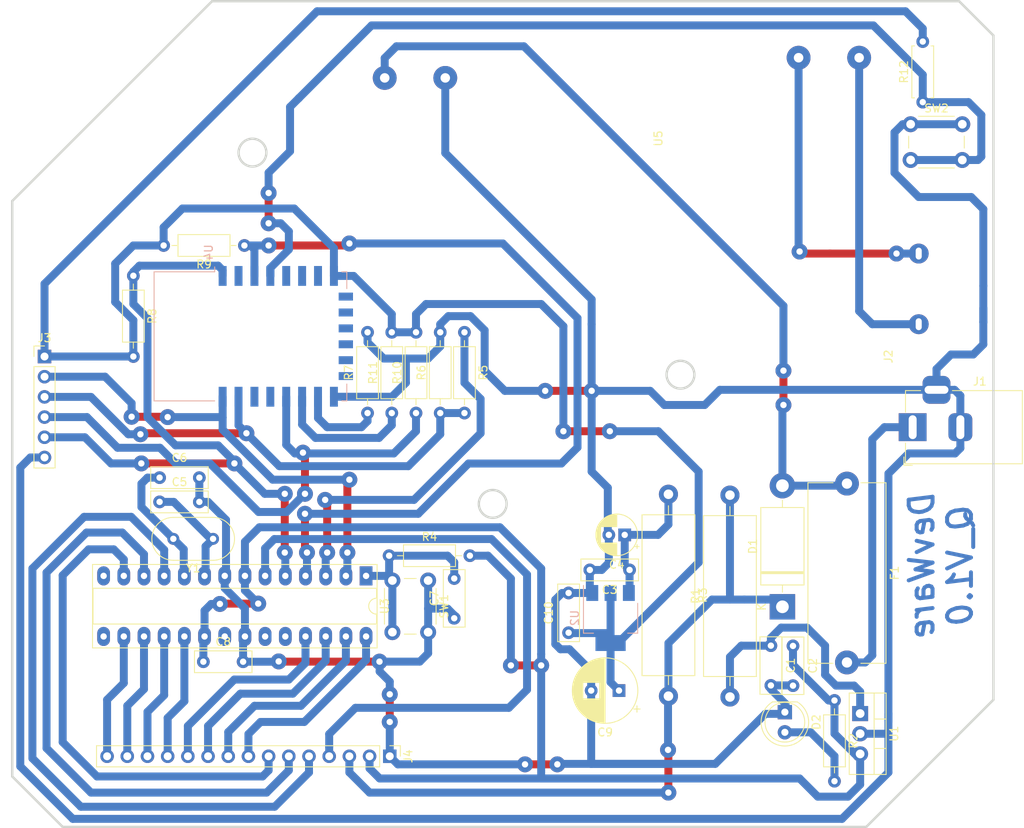
<source format=kicad_pcb>
(kicad_pcb (version 20211014) (generator pcbnew)
  (layers (0 "F.Cu" signal) (31 "B.Cu" signal) (34 "B.Paste" user) (35 "F.Paste" user) (36 "B.SilkS" user "B.Silkscreen") (37 "F.SilkS" user "F.Silkscreen") (38 "B.Mask" user) (39 "F.Mask" user) (44 "Edge.Cuts" user))
  (net 0 "")
  (net 1 "Net-(C1-Pad1)")
  (net 2 "/GND")
  (net 3 "/5V")
  (net 4 "Net-(C3-Pad1)")
  (net 5 "Net-(C5-Pad1)")
  (net 6 "Net-(C6-Pad1)")
  (net 7 "Net-(C7-Pad2)")
  (net 8 "/3.3V")
  (net 9 "/12V")
  (net 10 "Net-(D2-Pad2)")
  (net 11 "Net-(F1-Pad2)")
  (net 12 "/A_D1")
  (net 13 "/D_D1")
  (net 14 "/C_D1")
  (net 15 "/B_D1")
  (net 16 "/A_D2")
  (net 17 "/D_D2")
  (net 18 "/C_D2")
  (net 19 "/B_D2")
  (net 20 "/A_D3")
  (net 21 "/D_D3")
  (net 22 "/C_D3")
  (net 23 "/B_D3")
  (net 24 "Net-(U3-Pad15)")
  (net 25 "/RX-MCU")
  (net 26 "/TX_MCU")
  (net 27 "Net-(U3-Pad21)")
  (net 28 "Net-(U3-Pad23)")
  (net 29 "Net-(U3-Pad24)")
  (net 30 "Net-(U3-Pad14)")
  (net 31 "/IO15")
  (net 32 "/RST")
  (net 33 "/EN")
  (net 34 "/IO0")
  (net 35 "/IO2")
  (net 36 "Net-(U4-Pad2)")
  (net 37 "Net-(U4-Pad5)")
  (net 38 "Net-(U4-Pad6)")
  (net 39 "Net-(U4-Pad7)")
  (net 40 "Net-(U4-Pad9)")
  (net 41 "Net-(U4-Pad10)")
  (net 42 "Net-(U4-Pad11)")
  (net 43 "Net-(U4-Pad12)")
  (net 44 "Net-(U4-Pad13)")
  (net 45 "Net-(U4-Pad14)")
  (net 46 "Net-(U4-Pad19)")
  (net 47 "Net-(U4-Pad20)")
  (net 48 "/V+")
  (net 49 "Net-(J2-PadN)")
  (net 50 "Net-(J2-PadL)")
  (net 51 "/Interrupt")
  (net 52 "/RXD")
  (footprint "Capacitor_THT:C_Disc_D7.0mm_W2.5mm_P5.00mm" (layer "F.Cu") (at 178.506 118.674 -90)
    (fp_text reference "C1")
    (fp_text value "334")
  )
  (footprint "Capacitor_THT:C_Disc_D7.0mm_W2.5mm_P5.00mm" (layer "F.Cu") (at 181.286 118.704 -90)
    (fp_text reference "C2")
    (fp_text value "104")
  )
  (footprint "Capacitor_THT:C_Disc_D7.0mm_W2.5mm_P5.00mm" (layer "F.Cu") (at 160.726 109.144 180)
    (fp_text reference "C3")
    (fp_text value "334")
  )
  (footprint "Capacitor_THT:CP_Radial_D5.0mm_P2.00mm" (layer "F.Cu") (at 160.116 104.734 180)
    (fp_text reference "C4")
    (fp_text value "10UF")
  )
  (footprint "Capacitor_THT:C_Disc_D7.0mm_W2.5mm_P5.00mm" (layer "F.Cu") (at 101.6 100.584)
    (fp_text reference "C5")
    (fp_text value "22P")
  )
  (footprint "Capacitor_THT:C_Disc_D7.0mm_W2.5mm_P5.00mm" (layer "F.Cu") (at 101.6 97.536)
    (fp_text reference "C6")
    (fp_text value "22P")
  )
  (footprint "Capacitor_THT:C_Disc_D7.0mm_W2.5mm_P5.00mm" (layer "F.Cu") (at 138.666 115.224 90)
    (fp_text reference "C7")
    (fp_text value "104")
  )
  (footprint "Capacitor_THT:C_Disc_D7.0mm_W2.5mm_P5.00mm" (layer "F.Cu") (at 107.106 120.694)
    (fp_text reference "C8")
    (fp_text value "0.1UF")
  )
  (footprint "Capacitor_THT:CP_Radial_D8.0mm_P3.50mm" (layer "F.Cu") (at 159.396 124.324 180)
    (fp_text reference "C9")
    (fp_text value "100UF")
  )
  (footprint "Capacitor_THT:C_Disc_D7.0mm_W2.5mm_P5.00mm" (layer "F.Cu") (at 153.056 117.044 90)
    (fp_text reference "C10")
    (fp_text value "104")
  )
  (footprint "Diode_THT:D_DO-201AD_P15.24mm_Horizontal" (layer "F.Cu") (at 179.956 113.784 90)
    (fp_text reference "D1")
    (fp_text value "1N5407")
  )
  (footprint "LED_THT:LED_D5.0mm" (layer "F.Cu") (at 180.266 127.034 -90)
    (fp_text reference "D2")
    (fp_text value "LED")
  )
  (footprint "Fuse:Fuseholder_Cylinder-5x20mm_Schurter_0031_8201_Horizontal_Open" (layer "F.Cu") (at 188.076 98.284 -90)
    (fp_text reference "F1")
    (fp_text value "Fuse")
  )
  (footprint "Resistor_THT:R_Axial_Power_L20.0mm_W6.4mm_P25.40mm" (layer "F.Cu") (at 173.356 125.134 90)
    (fp_text reference "R1")
    (fp_text value "10/2W")
  )
  (footprint "Resistor_THT:R_Axial_DIN0207_L6.3mm_D2.5mm_P10.16mm_Horizontal" (layer "F.Cu") (at 186.506 125.564 -90)
    (fp_text reference "R2")
    (fp_text value "330")
  )
  (footprint "Resistor_THT:R_Axial_DIN0207_L6.3mm_D2.5mm_P10.16mm_Horizontal" (layer "F.Cu") (at 130.476 107.354)
    (fp_text reference "R4")
    (fp_text value "10K")
  )
  (footprint "Button_Switch_THT:SW_PUSH_6mm_H7.3mm" (layer "F.Cu") (at 135.386 110.474 -90)
    (fp_text reference "SW1")
    (fp_text value "SW_Push")
  )
  (footprint "Package_TO_SOT_THT:TO-220-3_Vertical" (layer "F.Cu") (at 189.736 127.214 -90)
    (fp_text reference "U1")
    (fp_text value "L7805")
  )
  (footprint "Crystal:Resonator-2Pin_W10.0mm_H5.0mm" (layer "F.Cu") (at 108.326 105.234 180)
    (fp_text reference "Y1")
    (fp_text value "16MH")
  )
  (footprint "Package_DIP:DIP-28_W7.62mm_Socket_LongPads" (layer "F.Cu") (at 127.576 109.894 -90)
    (fp_text reference "U3")
    (fp_text value "ATmega328-PU")
  )
  (footprint "Connector_PinHeader_2.54mm:PinHeader_1x15_P2.54mm_Vertical" (layer "F.Cu") (at 130.556 132.588 -90)
    (fp_text reference "J4")
    (fp_text value "Display_Board")
  )
  (footprint "Resistor_THT:R_Axial_DIN0207_L6.3mm_D2.5mm_P10.16mm_Horizontal" (layer "F.Cu") (at 139.954 79.248 -90)
    (fp_text reference "R5")
    (fp_text value "10K")
  )
  (footprint "Resistor_THT:R_Axial_DIN0207_L6.3mm_D2.5mm_P10.16mm_Horizontal" (layer "F.Cu") (at 136.906 89.408 90)
    (fp_text reference "R6")
    (fp_text value "10K")
  )
  (footprint "Resistor_THT:R_Axial_DIN0207_L6.3mm_D2.5mm_P10.16mm_Horizontal" (layer "F.Cu") (at 98.298 72.136 -90)
    (fp_text reference "R8")
    (fp_text value "12K")
  )
  (footprint "Resistor_THT:R_Axial_DIN0207_L6.3mm_D2.5mm_P10.16mm_Horizontal" (layer "F.Cu") (at 112.268 68.326 180)
    (fp_text reference "R9")
    (fp_text value "12K")
  )
  (footprint "Resistor_THT:R_Axial_DIN0207_L6.3mm_D2.5mm_P10.16mm_Horizontal" (layer "F.Cu") (at 133.858 89.408 90)
    (fp_text reference "R10")
    (fp_text value "12K")
  )
  (footprint "Resistor_THT:R_Axial_DIN0207_L6.3mm_D2.5mm_P10.16mm_Horizontal" (layer "F.Cu") (at 127.762 89.408 90)
    (fp_text reference "R7")
    (fp_text value "12K")
  )
  (footprint "Connector_BarrelJack:BarrelJack_Horizontal" (layer "F.Cu") (at 196.342 91.186 180)
    (fp_text reference "J1")
    (fp_text value "Barrel_Jack_Switch")
  )
  (footprint "Resistor_THT:R_Axial_DIN0207_L6.3mm_D2.5mm_P10.16mm_Horizontal" (layer "F.Cu") (at 130.81 89.408 90)
    (fp_text reference "R11")
    (fp_text value "12K")
  )
  (footprint "Button_Switch_THT:SW_PUSH_6mm_H7.3mm" (layer "F.Cu") (at 196.088 53.073001)
    (fp_text reference "SW2")
    (fp_text value "SW_Push")
  )
  (footprint "Connector_PinHeader_2.54mm:PinHeader_1x06_P2.54mm_Vertical" (layer "F.Cu") (at 87.122 82.296)
    (fp_text reference "J3")
    (fp_text value "CONFIG_ESP12")
  )
  (footprint "Resistor_THT:R_Axial_Power_L20.0mm_W6.4mm_P25.40mm" (layer "F.Cu") (at 165.616 99.624 -90)
    (fp_text reference "R3")
    (fp_text value "10/3W")
  )
  (footprint "AC_Socket:AC_Socket" (layer "F.Cu") (at 203.454 74.422)
    (fp_text reference "J2")
    (fp_text value "AC_Socket")
  )
  (footprint "Resistor_THT:R_Axial_DIN0207_L6.3mm_D2.5mm_P7.62mm_Horizontal" (layer "F.Cu") (at 197.612 50.292 90)
    (fp_text reference "R12")
    (fp_text value "10K")
  )
  (footprint "PS_12VDC:PS_12VDC" (layer "F.Cu") (at 161.036 57.404 -90)
    (fp_text reference "U5")
    (fp_text value "PS-12VDC")
  )
  (footprint "Package_TO_SOT_SMD:SOT-223-3_TabPin2" (layer "B.Cu") (at 158.336 115.194 -90)
    (fp_text reference "U2")
    (fp_text value "AMS1117-3.3")
  )
  (footprint "RF_Module:ESP-12E" (layer "B.Cu") (at 113.03 79.756 -90)
    (fp_text reference "U4")
    (fp_text value "ESP-12E")
  )
  (gr_circle (center 143.51 100.838) (end 145.26 100.838) (layer "Edge.Cuts") (width 0.3) (fill none))
  (gr_line (start 202.184 37.592) (end 108.204 37.592) (layer "Edge.Cuts") (width 0.3))
  (gr_line (start 195.834 136.144) (end 206.502 125.476) (layer "Edge.Cuts") (width 0.3))
  (gr_circle (center 113.284 56.642) (end 115.034 56.642) (layer "Edge.Cuts") (width 0.3) (fill none))
  (gr_line (start 190.5 141.478) (end 195.834 136.144) (layer "Edge.Cuts") (width 0.3))
  (gr_line (start 206.502 41.91) (end 202.184 37.592) (layer "Edge.Cuts") (width 0.3))
  (gr_line (start 83.058 135.128) (end 89.408 141.478) (layer "Edge.Cuts") (width 0.3))
  (gr_line (start 83.058 62.738) (end 83.058 135.128) (layer "Edge.Cuts") (width 0.3))
  (gr_circle (center 167.132 84.582) (end 168.882 84.582) (layer "Edge.Cuts") (width 0.3) (fill none))
  (gr_line (start 89.408 141.478) (end 190.5 141.478) (layer "Edge.Cuts") (width 0.3))
  (gr_line (start 206.502 125.476) (end 206.502 41.91) (layer "Edge.Cuts") (width 0.3))
  (gr_line (start 108.204 37.592) (end 83.058 62.738) (layer "Edge.Cuts") (width 0.3))
  (gr_text "DevWare\nQ_V1.0" (at 199.898 108.458 90) (layer "B.Cu") (effects (font (size 3 3) (thickness 0.5) italic) (justify mirror)))
  (segment (start 174.776 118.674) (end 173.356 120.094) (width 1) (layer "B.Cu") (net 1))
  (segment (start 185.326 118.674) (end 183.056 116.404) (width 1) (layer "B.Cu") (net 1))
  (segment (start 173.356 120.094) (end 173.356 125.134) (width 1) (layer "B.Cu") (net 1))
  (segment (start 188.976 123.698) (end 186.69 123.698) (width 1) (layer "B.Cu") (net 1))
  (segment (start 178.506 118.674) (end 174.776 118.674) (width 1) (layer "B.Cu") (net 1))
  (segment (start 178.506 117.694) (end 178.506 118.674) (width 1) (layer "B.Cu") (net 1))
  (segment (start 186.69 123.698) (end 185.326 122.334) (width 1) (layer "B.Cu") (net 1))
  (segment (start 189.736 124.458) (end 188.976 123.698) (width 1) (layer "B.Cu") (net 1))
  (segment (start 185.326 122.334) (end 185.326 118.674) (width 1) (layer "B.Cu") (net 1))
  (segment (start 179.796 116.404) (end 178.506 117.694) (width 1) (layer "B.Cu") (net 1))
  (segment (start 183.056 116.404) (end 179.796 116.404) (width 1) (layer "B.Cu") (net 1))
  (segment (start 189.736 127.214) (end 189.736 124.458) (width 1) (layer "B.Cu") (net 1))
  (segment (start 116.609302 120.681296) (end 116.582006 120.654) (width 1) (layer "F.Cu") (net 2))
  (segment (start 129.26381 120.681296) (end 116.609302 120.681296) (width 1) (layer "F.Cu") (net 2))
  (segment (start 130.556 128.27) (end 130.556 124.792) (width 1) (layer "F.Cu") (net 2))
  (segment (start 151.638 133.604) (end 147.574 133.604) (width 1) (layer "F.Cu") (net 2))
  (segment (start 150.114 86.614) (end 155.956 86.614) (width 1) (layer "F.Cu") (net 2))
  (via (at 116.582006 120.654) (size 2) (drill 0.8) (layers "F.Cu" "B.Cu") (net 2))
  (via (at 155.956 86.614) (size 2) (drill 0.8) (layers "F.Cu" "B.Cu") (net 2))
  (via (at 130.556 128.27) (size 2) (drill 0.8) (layers "F.Cu" "B.Cu") (net 2))
  (via (at 150.114 86.614) (size 2) (drill 0.8) (layers "F.Cu" "B.Cu") (net 2))
  (via (at 151.638 133.604) (size 2) (drill 0.8) (layers "F.Cu" "B.Cu") (net 2))
  (via (at 147.574 133.604) (size 2) (drill 0.8) (layers "F.Cu" "B.Cu") (net 2))
  (via (at 129.26381 120.681296) (size 2) (drill 0.8) (layers "F.Cu" "B.Cu") (net 2))
  (via (at 130.556 124.792) (size 2) (drill 0.8) (layers "F.Cu" "B.Cu") (net 2))
  (segment (start 112.106 120.694) (end 112.106 117.744) (width 1) (layer "B.Cu") (net 2))
  (segment (start 193.294 127.254) (end 193.294 97.028) (width 1) (layer "B.Cu") (net 2))
  (segment (start 106.6 100.584) (end 106.6 97.536) (width 1) (layer "B.Cu") (net 2))
  (segment (start 137.541 47.244) (end 137.541 56.69534) (width 1) (layer "B.Cu") (net 2))
  (segment (start 158.116 104.734) (end 157.988 104.606) (width 1) (layer "B.Cu") (net 2))
  (segment (start 136.906 81.026) (end 135.382 82.55) (width 1) (layer "B.Cu") (net 2))
  (segment (start 201.61 86.486) (end 199.342 86.486) (width 1) (layer "B.Cu") (net 2))
  (segment (start 109.796 111.434) (end 112.336 113.974) (width 1) (layer "B.Cu") (net 2))
  (segment (start 203.708 62.23) (end 205.232 63.754) (width 1) (layer "B.Cu") (net 2))
  (segment (start 180.34 125.984) (end 180.34 126.96) (width 1) (layer "B.Cu") (net 2))
  (segment (start 157.226 109.144) (end 155.726 109.144) (width 1) (layer "B.Cu") (net 2))
  (segment (start 132.588 85.598) (end 130.83 87.356) (width 1) (layer "B.Cu") (net 2))
  (segment (start 202.342 91.186) (end 202.342 87.218) (width 1) (layer "B.Cu") (net 2))
  (segment (start 135.382 82.55) (end 132.588 82.55) (width 1) (layer "B.Cu") (net 2))
  (segment (start 137.541 56.69534) (end 155.956 75.11034) (width 1) (layer "B.Cu") (net 2))
  (segment (start 116.542006 120.694) (end 116.582006 120.654) (width 1) (layer "B.Cu") (net 2))
  (segment (start 138.666 114.844) (end 138.666 115.224) (width 1) (layer "B.Cu") (net 2))
  (segment (start 87.122 94.996) (end 85.344 94.996) (width 1) (layer "B.Cu") (net 2))
  (segment (start 155.896 121.86) (end 153.162 119.126) (width 1) (layer "B.Cu") (net 2))
  (segment (start 197.104 62.23) (end 203.708 62.23) (width 1) (layer "B.Cu") (net 2))
  (segment (start 193.294 129.54) (end 193.294 127.254) (width 1) (layer "B.Cu") (net 2))
  (segment (start 201.676 94.488) (end 202.342 93.822) (width 1) (layer "B.Cu") (net 2))
  (segment (start 130.556 132.588) (end 130.556 128.27) (width 1) (layer "B.Cu") (net 2))
  (segment (start 130.83 87.356) (end 123.53 87.356) (width 1) (layer "B.Cu") (net 2))
  (segment (start 135.386 119.63) (end 135.386 116.974) (width 1) (layer "B.Cu") (net 2))
  (segment (start 199.342 86.486) (end 172.086 86.486) (width 1) (layer "B.Cu") (net 2))
  (segment (start 131.572 133.604) (end 130.556 132.588) (width 1) (layer "B.Cu") (net 2))
  (segment (start 90.678 140.462) (end 187.452 140.462) (width 1) (layer "B.Cu") (net 2))
  (segment (start 194.056 59.182) (end 197.104 62.23) (width 1) (layer "B.Cu") (net 2))
  (segment (start 165.116 133.544) (end 151.698 133.544) (width 1) (layer "B.Cu") (net 2))
  (segment (start 165.1 88.392) (end 163.322 86.614) (width 1) (layer "B.Cu") (net 2))
  (segment (start 112.336 113.974) (end 112.336 117.514) (width 1) (layer "B.Cu") (net 2))
  (segment (start 130.556 124.792) (end 130.556 123.19) (width 1) (layer "B.Cu") (net 2))
  (segment (start 84.074 133.858) (end 90.678 140.462) (width 1) (layer "B.Cu") (net 2))
  (segment (start 153.162 119.126) (end 152.037 119.126) (width 1) (layer "B.Cu") (net 2))
  (segment (start 129.794 82.55) (end 127.762 80.518) (width 1) (layer "B.Cu") (net 2))
  (segment (start 130.556 123.19) (end 129.286 121.92) (width 1) (layer "B.Cu") (net 2))
  (segment (start 129.286 121.92) (end 129.286 120.703486) (width 1) (layer "B.Cu") (net 2))
  (segment (start 157.988 104.606) (end 157.988 98.806) (width 1) (layer "B.Cu") (net 2))
  (segment (start 187.452 140.462) (end 193.294 134.62) (width 1) (layer "B.Cu") (net 2))
  (segment (start 138.43 115.46) (end 138.666 115.224) (width 1) (layer "B.Cu") (net 2))
  (segment (start 127.762 80.518) (end 127.762 79.248) (width 1) (layer "B.Cu") (net 2))
  (segment (start 177.8 127.254) (end 180.046 127.254) (width 1) (layer "B.Cu") (net 2))
  (segment (start 158.116 108.254) (end 157.226 109.144) (width 1) (layer "B.Cu") (net 2))
  (segment (start 163.322 86.614) (end 155.956 86.614) (width 1) (layer "B.Cu") (net 2))
  (segment (start 155.956 96.774) (end 155.956 86.614) (width 1) (layer "B.Cu") (net 2))
  (segment (start 135.386 116.974) (end 135.386 114.014) (width 1) (layer "B.Cu") (net 2))
  (segment (start 151.384 118.473) (end 151.384 112.896) (width 1) (layer "B.Cu") (net 2))
  (segment (start 155.956 75.11034) (end 155.956 78.232) (width 1) (layer "B.Cu") (net 2))
  (segment (start 205.232 80.772) (end 205.232 77.978) (width 1) (layer "B.Cu") (net 2))
  (segment (start 152.037 119.126) (end 151.384 118.473) (width 1) (layer "B.Cu") (net 2))
  (segment (start 134.334704 120.681296) (end 135.386 119.63) (width 1) (layer "B.Cu") (net 2))
  (segment (start 155.956 78.232) (end 155.956 86.614) (width 1) (layer "B.Cu") (net 2))
  (segment (start 172.086 86.486) (end 170.18 88.392) (width 1) (layer "B.Cu") (net 2))
  (segment (start 109.796 109.894) (end 109.796 111.434) (width 1) (layer "B.Cu") (net 2))
  (segment (start 195.084999 53.073001) (end 196.088 53.073001) (width 1) (layer "B.Cu") (net 2))
  (segment (start 109.796 109.894) (end 109.956 109.734) (width 1) (layer "B.Cu") (net 2))
  (segment (start 193.08 129.754) (end 193.294 129.54) (width 1) (layer "B.Cu") (net 2))
  (segment (start 155.726 111.734) (end 156.036 112.044) (width 1) (layer "B.Cu") (net 2))
  (segment (start 180.046 127.254) (end 180.266 127.034) (width 1) (layer "B.Cu") (net 2))
  (segment (start 84.074 96.266) (end 84.074 133.858) (width 1) (layer "B.Cu") (net 2))
  (segment (start 147.574 133.604) (end 131.572 133.604) (width 1) (layer "B.Cu") (net 2))
  (segment (start 109.956 102.844) (end 107.696 100.584) (width 1) (layer "B.Cu") (net 2))
  (segment (start 205.232 77.978) (end 205.232 76.2) (width 1) (layer "B.Cu") (net 2))
  (segment (start 142.494 84.074) (end 145.034 86.614) (width 1) (layer "B.Cu") (net 2))
  (segment (start 158.116 104.734) (end 158.116 108.254) (width 1) (layer "B.Cu") (net 2))
  (segment (start 193.294 97.028) (end 195.834 94.488) (width 1) (layer "B.Cu") (net 2))
  (segment (start 196.088 53.073001) (end 202.588 53.073001) (width 1) (layer "B.Cu") (net 2))
  (segment (start 194.056 59.182) (end 194.056 54.102) (width 1) (layer "B.Cu") (net 2))
  (segment (start 137.922 77.216) (end 140.716 77.216) (width 1) (layer "B.Cu") (net 2))
  (segment (start 112.106 117.744) (end 112.336 117.514) (width 1) (layer "B.Cu") (net 2))
  (segment (start 189.736 129.754) (end 193.08 129.754) (width 1) (layer "B.Cu") (net 2))
  (segment (start 132.588 82.55) (end 132.588 85.598) (width 1) (layer "B.Cu") (net 2))
  (segment (start 151.698 133.544) (end 151.638 133.604) (width 1) (layer "B.Cu") (net 2))
  (segment (start 155.896 133.544) (end 165.116 133.544) (width 1) (layer "B.Cu") (net 2))
  (segment (start 153.056 112.044) (end 156.036 112.044) (width 1) (layer "B.Cu") (net 2))
  (segment (start 155.896 124.324) (end 155.896 133.544) (width 1) (layer "B.Cu") (net 2))
  (segment (start 194.056 54.102) (end 195.084999 53.073001) (width 1) (layer "B.Cu") (net 2))
  (segment (start 152.236 112.044) (end 153.056 112.044) (width 1) (layer "B.Cu") (net 2))
  (segment (start 85.344 94.996) (end 84.074 96.266) (width 1) (layer "B.Cu") (net 2))
  (segment (start 140.716 77.216) (end 142.494 78.994) (width 1) (layer "B.Cu") (net 2))
  (segment (start 178.506 124.15) (end 180.34 125.984) (width 1) (layer "B.Cu") (net 2))
  (segment (start 136.906 79.248) (end 136.906 81.026) (width 1) (layer "B.Cu") (net 2))
  (segment (start 165.116 133.544) (end 171.51 133.544) (width 1) (layer "B.Cu") (net 2))
  (segment (start 129.26381 120.681296) (end 134.334704 120.681296) (width 1) (layer "B.Cu") (net 2))
  (segment (start 205.232 73.406) (end 205.232 77.978) (width 1) (layer "B.Cu") (net 2))
  (segment (start 180.34 126.96) (end 180.266 127.034) (width 1) (layer "B.Cu") (net 2))
  (segment (start 142.494 78.994) (end 142.494 84.074) (width 1) (layer "B.Cu") (net 2))
  (segment (start 171.51 133.544) (end 177.8 127.254) (width 1) (layer "B.Cu") (net 2))
  (segment (start 107.696 100.584) (end 106.6 100.584) (width 1) (layer "B.Cu") (net 2))
  (segment (start 199.342 83.868) (end 201.168 82.042) (width 1) (layer "B.Cu") (net 2))
  (segment (start 170.18 88.392) (end 165.1 88.392) (width 1) (layer "B.Cu") (net 2))
  (segment (start 199.342 86.486) (end 199.342 83.868) (width 1) (layer "B.Cu") (net 2))
  (segment (start 135.386 114.014) (end 137.836 114.014) (width 1) (layer "B.Cu") (net 2))
  (segment (start 203.962 82.042) (end 205.232 80.772) (width 1) (layer "B.Cu") (net 2))
  (segment (start 132.588 82.55) (end 129.794 82.55) (width 1) (layer "B.Cu") (net 2))
  (segment (start 178.506 123.674) (end 181.256 123.674) (width 1) (layer "B.Cu") (net 2))
  (segment (start 136.906 78.232) (end 137.922 77.216) (width 1) (layer "B.Cu") (net 2))
  (segment (start 202.342 93.822) (end 202.342 91.186) (width 1) (layer "B.Cu") (net 2))
  (segment (start 136.906 79.248) (end 136.906 78.232) (width 1) (layer "B.Cu") (net 2))
  (segment (start 193.294 134.62) (end 193.294 129.54) (width 1) (layer "B.Cu") (net 2))
  (segment (start 155.726 109.144) (end 155.726 111.734) (width 1) (layer "B.Cu") (net 2))
  (segment (start 201.168 82.042) (end 203.962 82.042) (width 1) (layer "B.Cu") (net 2))
  (segment (start 129.286 120.703486) (end 129.26381 120.681296) (width 1) (layer "B.Cu") (net 2))
  (segment (start 178.506 123.674) (end 178.506 124.15) (width 1) (layer "B.Cu") (net 2))
  (segment (start 205.232 63.754) (end 205.232 73.406) (width 1) (layer "B.Cu") (net 2))
  (segment (start 109.956 109.734) (end 109.956 102.844) (width 1) (layer "B.Cu") (net 2))
  (segment (start 195.834 94.488) (end 201.676 94.488) (width 1) (layer "B.Cu") (net 2))
  (segment (start 157.988 98.806) (end 155.956 96.774) (width 1) (layer "B.Cu") (net 2))
  (segment (start 151.384 112.896) (end 152.236 112.044) (width 1) (layer "B.Cu") (net 2))
  (segment (start 145.034 86.614) (end 150.114 86.614) (width 1) (layer "B.Cu") (net 2))
  (segment (start 193.294 128.196) (end 193.294 127.254) (width 1) (layer "B.Cu") (net 2))
  (segment (start 181.256 123.674) (end 181.286 123.704) (width 1) (layer "B.Cu") (net 2))
  (segment (start 155.896 124.324) (end 155.896 121.86) (width 1) (layer "B.Cu") (net 2))
  (segment (start 135.386 114.014) (end 135.386 110.474) (width 1) (layer "B.Cu") (net 2))
  (segment (start 137.836 114.014) (end 138.666 114.844) (width 1) (layer "B.Cu") (net 2))
  (segment (start 202.342 87.218) (end 201.61 86.486) (width 1) (layer "B.Cu") (net 2))
  (segment (start 112.106 120.694) (end 116.542006 120.694) (width 1) (layer "B.Cu") (net 2))
  (segment (start 109.226 113.384) (end 109.186 113.424) (width 1) (layer "F.Cu") (net 3))
  (segment (start 114.006 113.384) (end 109.226 113.384) (width 1) (layer "F.Cu") (net 3))
  (segment (start 149.606018 121.158) (end 145.796 121.158) (width 1) (layer "F.Cu") (net 3))
  (via (at 145.796 121.158) (size 2) (drill 0.8) (layers "F.Cu" "B.Cu") (net 3))
  (via (at 114.006 113.384) (size 2) (drill 0.8) (layers "F.Cu" "B.Cu") (net 3))
  (via (at 149.606018 121.158) (size 2) (drill 0.8) (layers "F.Cu" "B.Cu") (net 3))
  (via (at 109.186 113.424) (size 2) (drill 0.8) (layers "F.Cu" "B.Cu") (net 3))
  (segment (start 186.506 129.734) (end 189.066 132.294) (width 1) (layer "B.Cu") (net 3))
  (segment (start 114.152012 103.779988) (end 144.419988 103.779988) (width 1) (layer "B.Cu") (net 3))
  (segment (start 128.016 132.588) (end 128.016 134.112) (width 1) (layer "B.Cu") (net 3))
  (segment (start 163.944 135.382) (end 182.118 135.382) (width 1) (layer "B.Cu") (net 3))
  (segment (start 108.096 113.424) (end 107.256 114.264) (width 1) (layer "B.Cu") (net 3))
  (segment (start 149.606018 135.325018) (end 149.606018 121.158) (width 1) (layer "B.Cu") (net 3))
  (segment (start 112.336 109.894) (end 112.336 105.596) (width 1) (layer "B.Cu") (net 3))
  (segment (start 149.663 135.382) (end 149.606018 135.325018) (width 1) (layer "B.Cu") (net 3))
  (segment (start 186.506 125.564) (end 186.506 129.734) (width 1) (layer "B.Cu") (net 3))
  (segment (start 145.796 110.236) (end 145.796 121.158) (width 1) (layer "B.Cu") (net 3))
  (segment (start 188.214 137.668) (end 189.736 136.146) (width 1) (layer "B.Cu") (net 3))
  (segment (start 129.286 135.382) (end 163.944 135.382) (width 1) (layer "B.Cu") (net 3))
  (segment (start 107.106 117.664) (end 107.256 117.514) (width 1) (layer "B.Cu") (net 3))
  (segment (start 189.736 136.146) (end 189.736 132.294) (width 1) (layer "B.Cu") (net 3))
  (segment (start 112.336 109.894) (end 112.336 111.714) (width 1) (layer "B.Cu") (net 3))
  (segment (start 112.336 111.714) (end 114.006 113.384) (width 1) (layer "B.Cu") (net 3))
  (segment (start 149.606018 108.966018) (end 149.606018 119.743787) (width 1) (layer "B.Cu") (net 3))
  (segment (start 107.256 114.264) (end 107.256 117.514) (width 1) (layer "B.Cu") (net 3))
  (segment (start 142.914 107.354) (end 145.796 110.236) (width 1) (layer "B.Cu") (net 3))
  (segment (start 109.186 113.424) (end 108.096 113.424) (width 1) (layer "B.Cu") (net 3))
  (segment (start 163.944 135.382) (end 149.663 135.382) (width 1) (layer "B.Cu") (net 3))
  (segment (start 184.404 137.668) (end 188.214 137.668) (width 1) (layer "B.Cu") (net 3))
  (segment (start 182.118 135.382) (end 184.404 137.668) (width 1) (layer "B.Cu") (net 3))
  (segment (start 149.606018 119.743787) (end 149.606018 121.158) (width 1) (layer "B.Cu") (net 3))
  (segment (start 140.636 107.354) (end 142.914 107.354) (width 1) (layer "B.Cu") (net 3))
  (segment (start 128.016 134.112) (end 129.286 135.382) (width 1) (layer "B.Cu") (net 3))
  (segment (start 181.286 121.088) (end 181.286 118.704) (width 1) (layer "B.Cu") (net 3))
  (segment (start 189.066 132.294) (end 189.736 132.294) (width 1) (layer "B.Cu") (net 3))
  (segment (start 186.506 125.564) (end 185.762 125.564) (width 1) (layer "B.Cu") (net 3))
  (segment (start 112.336 105.596) (end 114.152012 103.779988) (width 1) (layer "B.Cu") (net 3))
  (segment (start 185.762 125.564) (end 181.286 121.088) (width 1) (layer "B.Cu") (net 3))
  (segment (start 107.106 120.694) (end 107.106 117.664) (width 1) (layer "B.Cu") (net 3))
  (segment (start 144.419988 103.779988) (end 149.606018 108.966018) (width 1) (layer "B.Cu") (net 3))
  (segment (start 165.616 103.424) (end 165.616 99.624) (width 1) (layer "B.Cu") (net 4))
  (segment (start 160.726 109.144) (end 160.726 111.954) (width 1) (layer "B.Cu") (net 4))
  (segment (start 160.116 104.734) (end 160.116 108.534) (width 1) (layer "B.Cu") (net 4))
  (segment (start 160.116 104.734) (end 164.306 104.734) (width 1) (layer "B.Cu") (net 4))
  (segment (start 160.116 108.534) (end 160.726 109.144) (width 1) (layer "B.Cu") (net 4))
  (segment (start 160.726 111.954) (end 160.636 112.044) (width 1) (layer "B.Cu") (net 4))
  (segment (start 164.306 104.734) (end 165.616 103.424) (width 1) (layer "B.Cu") (net 4))
  (segment (start 108.326 105.234) (end 107.386 106.174) (width 1) (layer "B.Cu") (net 5))
  (segment (start 107.386 109.764) (end 107.256 109.894) (width 1) (layer "B.Cu") (net 5))
  (segment (start 108.028 105.234) (end 108.326 105.234) (width 1) (layer "B.Cu") (net 5))
  (segment (start 107.386 106.174) (end 107.386 109.764) (width 1) (layer "B.Cu") (net 5))
  (segment (start 101.6 100.584) (end 103.378 100.584) (width 1) (layer "B.Cu") (net 5))
  (segment (start 103.378 100.584) (end 108.028 105.234) (width 1) (layer "B.Cu") (net 5))
  (segment (start 103.326 105.234) (end 99.314 101.222) (width 1) (layer "B.Cu") (net 6))
  (segment (start 104.636 106.544) (end 104.636 109.814) (width 1) (layer "B.Cu") (net 6))
  (segment (start 103.326 105.234) (end 104.636 106.544) (width 1) (layer "B.Cu") (net 6))
  (segment (start 100.076 97.536) (end 101.6 97.536) (width 1) (layer "B.Cu") (net 6))
  (segment (start 103.316 105.224) (end 103.326 105.234) (width 1) (layer "B.Cu") (net 6))
  (segment (start 99.314 101.222) (end 99.314 98.298) (width 1) (layer "B.Cu") (net 6))
  (segment (start 104.636 109.814) (end 104.716 109.894) (width 1) (layer "B.Cu") (net 6))
  (segment (start 99.314 98.298) (end 100.076 97.536) (width 1) (layer "B.Cu") (net 6))
  (segment (start 127.576 109.894) (end 130.306 109.894) (width 1) (layer "B.Cu") (net 7))
  (segment (start 138.666 110.224) (end 138.666 108.186) (width 1) (layer "B.Cu") (net 7))
  (segment (start 130.886 110.474) (end 130.886 116.974) (width 1) (layer "B.Cu") (net 7))
  (segment (start 130.476 110.064) (end 130.886 110.474) (width 1) (layer "B.Cu") (net 7))
  (segment (start 130.476 107.354) (end 130.476 110.064) (width 1) (layer "B.Cu") (net 7))
  (segment (start 138.666 108.186) (end 137.834 107.354) (width 1) (layer "B.Cu") (net 7))
  (segment (start 130.306 109.894) (end 130.886 110.474) (width 1) (layer "B.Cu") (net 7))
  (segment (start 137.834 107.354) (end 130.476 107.354) (width 1) (layer "B.Cu") (net 7))
  (segment (start 158.242 91.693996) (end 152.399996 91.693996) (width 1) (layer "F.Cu") (net 8))
  (via (at 158.242 91.693996) (size 2) (drill 0.8) (layers "F.Cu" "B.Cu") (net 8))
  (via (at 152.399996 91.693996) (size 2) (drill 0.8) (layers "F.Cu" "B.Cu") (net 8))
  (segment (start 98.298 82.296) (end 98.298 77.724) (width 1) (layer "B.Cu") (net 8))
  (segment (start 169.418 96.774) (end 164.337996 91.693996) (width 1) (layer "B.Cu") (net 8))
  (segment (start 133.858 79.248) (end 133.858 76.962) (width 1) (layer "B.Cu") (net 8))
  (segment (start 153.056 117.044) (end 153.106 117.094) (width 1) (layer "B.Cu") (net 8))
  (segment (start 195.43776 38.862) (end 121.412 38.862) (width 1) (layer "B.Cu") (net 8))
  (segment (start 197.612 41.03624) (end 195.43776 38.862) (width 1) (layer "B.Cu") (net 8))
  (segment (start 130.81 79.248) (end 130.81 76.962) (width 1) (layer "B.Cu") (net 8))
  (segment (start 153.106 117.094) (end 158.242 117.094) (width 1) (layer "B.Cu") (net 8))
  (segment (start 98.298 68.326) (end 102.108 68.326) (width 1) (layer "B.Cu") (net 8))
  (segment (start 164.337996 91.693996) (end 158.242 91.693996) (width 1) (layer "B.Cu") (net 8))
  (segment (start 135.128 75.692) (end 149.606 75.692) (width 1) (layer "B.Cu") (net 8))
  (segment (start 104.471997 63.676003) (end 118.540003 63.676003) (width 1) (layer "B.Cu") (net 8))
  (segment (start 158.336 112.044) (end 158.336 118.344) (width 1) (layer "B.Cu") (net 8))
  (segment (start 158.336 118.344) (end 158.336 123.264) (width 1) (layer "B.Cu") (net 8))
  (segment (start 130.81 76.962) (end 126.004 72.156) (width 1) (layer "B.Cu") (net 8))
  (segment (start 152.399996 78.485996) (end 152.399996 91.693996) (width 1) (layer "B.Cu") (net 8))
  (segment (start 169.418 108.204) (end 169.418 96.774) (width 1) (layer "B.Cu") (net 8))
  (segment (start 158.336 118.344) (end 159.278 118.344) (width 1) (layer "B.Cu") (net 8))
  (segment (start 126.004 72.156) (end 123.53 72.156) (width 1) (layer "B.Cu") (net 8))
  (segment (start 98.298 82.296) (end 87.122 82.296) (width 1) (layer "B.Cu") (net 8))
  (segment (start 133.858 76.962) (end 135.128 75.692) (width 1) (layer "B.Cu") (net 8))
  (segment (start 158.242 118.25) (end 158.336 118.344) (width 1) (layer "B.Cu") (net 8))
  (segment (start 98.298 77.724) (end 96.012 75.438) (width 1) (layer "B.Cu") (net 8))
  (segment (start 133.858 79.248) (end 130.81 79.248) (width 1) (layer "B.Cu") (net 8))
  (segment (start 158.242 117.094) (end 158.242 118.25) (width 1) (layer "B.Cu") (net 8))
  (segment (start 87.122 73.152) (end 87.122 82.296) (width 1) (layer "B.Cu") (net 8))
  (segment (start 102.108 66.04) (end 104.471997 63.676003) (width 1) (layer "B.Cu") (net 8))
  (segment (start 158.336 123.264) (end 159.396 124.324) (width 1) (layer "B.Cu") (net 8))
  (segment (start 123.53 68.666) (end 123.53 72.156) (width 1) (layer "B.Cu") (net 8))
  (segment (start 96.012 70.612) (end 98.298 68.326) (width 1) (layer "B.Cu") (net 8))
  (segment (start 102.108 68.326) (end 102.108 66.04) (width 1) (layer "B.Cu") (net 8))
  (segment (start 197.612 42.672) (end 197.612 41.03624) (width 1) (layer "B.Cu") (net 8))
  (segment (start 159.278 118.344) (end 169.418 108.204) (width 1) (layer "B.Cu") (net 8))
  (segment (start 149.606 75.692) (end 152.399996 78.485996) (width 1) (layer "B.Cu") (net 8))
  (segment (start 118.540003 63.676003) (end 123.53 68.666) (width 1) (layer "B.Cu") (net 8))
  (segment (start 121.412 38.862) (end 87.122 73.152) (width 1) (layer "B.Cu") (net 8))
  (segment (start 96.012 75.438) (end 96.012 70.612) (width 1) (layer "B.Cu") (net 8))
  (segment (start 165.608 131.826) (end 165.566001 131.784001) (width 1) (layer "F.Cu") (net 9))
  (segment (start 165.608 137.16) (end 165.608 131.826) (width 1) (layer "F.Cu") (net 9))
  (via (at 165.608 137.16) (size 2) (drill 0.8) (layers "F.Cu" "B.Cu") (net 9))
  (via (at 165.566001 131.784001) (size 2) (drill 0.8) (layers "F.Cu" "B.Cu") (net 9))
  (segment (start 175.166 112.874) (end 173.356 112.874) (width 1) (layer "B.Cu") (net 9))
  (segment (start 179.956 113.784) (end 179.046 112.874) (width 1) (layer "B.Cu") (net 9))
  (segment (start 125.476 134.62) (end 125.476 132.588) (width 1) (layer "B.Cu") (net 9))
  (segment (start 128.016 137.16) (end 125.476 134.62) (width 1) (layer "B.Cu") (net 9))
  (segment (start 173.356 112.874) (end 173.356 99.734) (width 1) (layer "B.Cu") (net 9))
  (segment (start 165.566001 131.784001) (end 165.566001 125.073999) (width 1) (layer "B.Cu") (net 9))
  (segment (start 165.566001 125.073999) (end 165.616 125.024) (width 1) (layer "B.Cu") (net 9))
  (segment (start 165.616 131.734002) (end 165.566001 131.784001) (width 1) (layer "B.Cu") (net 9))
  (segment (start 171.098 112.874) (end 165.616 118.356) (width 1) (layer "B.Cu") (net 9))
  (segment (start 165.608 137.16) (end 128.016 137.16) (width 1) (layer "B.Cu") (net 9))
  (segment (start 179.046 112.874) (end 175.166 112.874) (width 1) (layer "B.Cu") (net 9))
  (segment (start 165.616 118.356) (end 165.616 125.024) (width 1) (layer "B.Cu") (net 9))
  (segment (start 173.356 112.874) (end 171.098 112.874) (width 1) (layer "B.Cu") (net 9))
  (segment (start 180.266 129.574) (end 183.516 129.574) (width 1) (layer "B.Cu") (net 10))
  (segment (start 183.516 129.574) (end 186.506 132.564) (width 1) (layer "B.Cu") (net 10))
  (segment (start 186.506 132.564) (end 186.506 135.724) (width 1) (layer "B.Cu") (net 10))
  (segment (start 192.786 91.186) (end 196.342 91.186) (width 1) (layer "B.Cu") (net 11))
  (segment (start 190.366 120.784) (end 191.262 119.888) (width 1) (layer "B.Cu") (net 11))
  (segment (start 191.262 92.71) (end 192.786 91.186) (width 1) (layer "B.Cu") (net 11))
  (segment (start 191.262 119.888) (end 191.262 92.71) (width 1) (layer "B.Cu") (net 11))
  (segment (start 188.076 120.784) (end 190.366 120.784) (width 1) (layer "B.Cu") (net 11))
  (segment (start 97.096 117.514) (end 97.096 123.376) (width 1) (layer "B.Cu") (net 12))
  (segment (start 94.996 125.476) (end 94.996 132.588) (width 1) (layer "B.Cu") (net 12))
  (segment (start 97.096 123.376) (end 94.996 125.476) (width 1) (layer "B.Cu") (net 12))
  (segment (start 99.636 117.514) (end 99.636 124.138) (width 1) (layer "B.Cu") (net 13))
  (segment (start 99.636 124.138) (end 97.536 126.238) (width 1) (layer "B.Cu") (net 13))
  (segment (start 97.536 126.238) (end 97.536 132.588) (width 1) (layer "B.Cu") (net 13))
  (segment (start 102.176 117.514) (end 102.176 124.9) (width 1) (layer "B.Cu") (net 14))
  (segment (start 100.076 127) (end 100.076 132.588) (width 1) (layer "B.Cu") (net 14))
  (segment (start 102.176 124.9) (end 100.076 127) (width 1) (layer "B.Cu") (net 14))
  (segment (start 104.716 117.514) (end 104.716 125.662) (width 1) (layer "B.Cu") (net 15))
  (segment (start 102.616 127.762) (end 102.616 132.588) (width 1) (layer "B.Cu") (net 15))
  (segment (start 104.716 125.662) (end 102.616 127.762) (width 1) (layer "B.Cu") (net 15))
  (segment (start 105.156 132.588) (end 105.156 128.778) (width 1) (layer "B.Cu") (net 16))
  (segment (start 110.998 122.936) (end 117.856 122.936) (width 1) (layer "B.Cu") (net 16))
  (segment (start 105.156 128.778) (end 110.998 122.936) (width 1) (layer "B.Cu") (net 16))
  (segment (start 119.956 120.836) (end 119.956 117.514) (width 1) (layer "B.Cu") (net 16))
  (segment (start 117.856 122.936) (end 119.956 120.836) (width 1) (layer "B.Cu") (net 16))
  (segment (start 122.496 117.514) (end 122.496 120.582) (width 1) (layer "B.Cu") (net 17))
  (segment (start 118.364 124.714) (end 111.76 124.714) (width 1) (layer "B.Cu") (net 17))
  (segment (start 122.496 120.582) (end 118.364 124.714) (width 1) (layer "B.Cu") (net 17))
  (segment (start 111.76 124.714) (end 107.696 128.778) (width 1) (layer "B.Cu") (net 17))
  (segment (start 107.696 128.778) (end 107.696 132.588) (width 1) (layer "B.Cu") (net 17))
  (segment (start 119.38 126.238) (end 125.036 120.582) (width 1) (layer "B.Cu") (net 18))
  (segment (start 110.236 132.588) (end 110.236 129.54) (width 1) (layer "B.Cu") (net 18))
  (segment (start 125.036 120.582) (end 125.036 117.514) (width 1) (layer "B.Cu") (net 18))
  (segment (start 113.538 126.238) (end 119.38 126.238) (width 1) (layer "B.Cu") (net 18))
  (segment (start 110.236 129.54) (end 113.538 126.238) (width 1) (layer "B.Cu") (net 18))
  (segment (start 127 121.05399) (end 127 121.07707) (width 1) (layer "B.Cu") (net 19))
  (segment (start 114.3 128.27) (end 112.776 129.794) (width 1) (layer "B.Cu") (net 19))
  (segment (start 112.776 129.794) (end 112.776 132.588) (width 1) (layer "B.Cu") (net 19))
  (segment (start 119.80707 128.27) (end 114.3 128.27) (width 1) (layer "B.Cu") (net 19))
  (segment (start 127.576 120.47799) (end 127 121.05399) (width 1) (layer "B.Cu") (net 19))
  (segment (start 127.576 117.514) (end 127.576 120.47799) (width 1) (layer "B.Cu") (net 19))
  (segment (start 127 121.07707) (end 119.80707 128.27) (width 1) (layer "B.Cu") (net 19))
  (segment (start 89.408 109.821) (end 89.408 130.81) (width 1) (layer "B.Cu") (net 20))
  (segment (start 97.096 107.824) (end 95.826 106.554) (width 1) (layer "B.Cu") (net 20))
  (segment (start 115.316 134.366) (end 115.316 132.588) (width 1) (layer "B.Cu") (net 20))
  (segment (start 95.826 106.554) (end 92.675 106.554) (width 1) (layer "B.Cu") (net 20))
  (segment (start 89.408 130.81) (end 93.726 135.128) (width 1) (layer "B.Cu") (net 20))
  (segment (start 92.675 106.554) (end 89.408 109.821) (width 1) (layer "B.Cu") (net 20))
  (segment (start 97.096 109.894) (end 97.096 107.824) (width 1) (layer "B.Cu") (net 20))
  (segment (start 93.726 135.128) (end 114.554 135.128) (width 1) (layer "B.Cu") (net 20))
  (segment (start 114.554 135.128) (end 115.316 134.366) (width 1) (layer "B.Cu") (net 20))
  (segment (start 92.406 104.444) (end 96.906 104.444) (width 1) (layer "B.Cu") (net 21))
  (segment (start 117.856 134.366) (end 115.062 137.16) (width 1) (layer "B.Cu") (net 21))
  (segment (start 96.906 104.444) (end 99.636 107.174) (width 1) (layer "B.Cu") (net 21))
  (segment (start 117.856 132.588) (end 117.856 134.366) (width 1) (layer "B.Cu") (net 21))
  (segment (start 87.376 131.572) (end 87.376 109.474) (width 1) (layer "B.Cu") (net 21))
  (segment (start 87.376 109.474) (end 92.406 104.444) (width 1) (layer "B.Cu") (net 21))
  (segment (start 92.964 137.16) (end 87.376 131.572) (width 1) (layer "B.Cu") (net 21))
  (segment (start 99.636 107.174) (end 99.636 109.894) (width 1) (layer "B.Cu") (net 21))
  (segment (start 115.062 137.16) (end 92.964 137.16) (width 1) (layer "B.Cu") (net 21))
  (segment (start 85.598 132.842) (end 85.598 108.966) (width 1) (layer "B.Cu") (net 22))
  (segment (start 120.396 132.588) (end 120.396 134.62) (width 1) (layer "B.Cu") (net 22))
  (segment (start 102.176 106.614) (end 102.176 109.894) (width 1) (layer "B.Cu") (net 22))
  (segment (start 85.598 108.966) (end 92.1 102.464) (width 1) (layer "B.Cu") (net 22))
  (segment (start 98.026 102.464) (end 102.176 106.614) (width 1) (layer "B.Cu") (net 22))
  (segment (start 120.396 134.62) (end 116.078 138.938) (width 1) (layer "B.Cu") (net 22))
  (segment (start 91.694 138.938) (end 85.598 132.842) (width 1) (layer "B.Cu") (net 22))
  (segment (start 92.1 102.464) (end 98.026 102.464) (width 1) (layer "B.Cu") (net 22))
  (segment (start 116.078 138.938) (end 91.694 138.938) (width 1) (layer "B.Cu") (net 22))
  (segment (start 145.542 126.492) (end 126.238 126.492) (width 1) (layer "B.Cu") (net 23))
  (segment (start 114.876 106.420951) (end 116.034939 105.262012) (width 1) (layer "B.Cu") (net 23))
  (segment (start 147.828 124.206) (end 145.542 126.492) (width 1) (layer "B.Cu") (net 23))
  (segment (start 116.034939 105.262012) (end 143.362012 105.262012) (width 1) (layer "B.Cu") (net 23))
  (segment (start 126.238 126.492) (end 122.936 129.794) (width 1) (layer "B.Cu") (net 23))
  (segment (start 122.936 129.794) (end 122.936 131.385919) (width 1) (layer "B.Cu") (net 23))
  (segment (start 114.876 109.894) (end 114.876 106.420951) (width 1) (layer "B.Cu") (net 23))
  (segment (start 147.828 109.728) (end 147.828 124.206) (width 1) (layer "B.Cu") (net 23))
  (segment (start 122.936 131.385919) (end 122.936 132.588) (width 1) (layer "B.Cu") (net 23))
  (segment (start 143.362012 105.262012) (end 147.828 109.728) (width 1) (layer "B.Cu") (net 23))
  (segment (start 102.576922 89.87691) (end 102.616006 89.915994) (width 1) (layer "F.Cu") (net 25))
  (segment (start 98.079018 89.87691) (end 102.576922 89.87691) (width 1) (layer "F.Cu") (net 25))
  (segment (start 125.222 98.044004) (end 125.476 97.790004) (width 1) (layer "F.Cu") (net 25))
  (segment (start 125.222 106.962012) (end 125.222 98.044004) (width 1) (layer "F.Cu") (net 25))
  (via (at 102.616006 89.915994) (size 2) (drill 0.8) (layers "F.Cu" "B.Cu") (net 25))
  (via (at 125.222 106.962012) (size 2) (drill 0.8) (layers "F.Cu" "B.Cu") (net 25))
  (via (at 98.079018 89.87691) (size 2) (drill 0.8) (layers "F.Cu" "B.Cu") (net 25))
  (via (at 125.476 97.790004) (size 2) (drill 0.8) (layers "F.Cu" "B.Cu") (net 25))
  (segment (start 109.53 89.972) (end 109.473994 89.915994) (width 1) (layer "B.Cu") (net 25))
  (segment (start 109.53 89.972) (end 109.53 91.496) (width 1) (layer "B.Cu") (net 25))
  (segment (start 115.824004 97.790004) (end 125.476 97.790004) (width 1) (layer "B.Cu") (net 25))
  (segment (start 94.742 84.836) (end 98.079018 88.173018) (width 1) (layer "B.Cu") (net 25))
  (segment (start 98.079018 88.173018) (end 98.079018 89.87691) (width 1) (layer "B.Cu") (net 25))
  (segment (start 125.222 106.962012) (end 125.222 109.708) (width 1) (layer "B.Cu") (net 25))
  (segment (start 125.222 109.708) (end 125.036 109.894) (width 1) (layer "B.Cu") (net 25))
  (segment (start 109.53 87.356) (end 109.53 89.972) (width 1) (layer "B.Cu") (net 25))
  (segment (start 109.473994 89.915994) (end 102.616006 89.915994) (width 1) (layer "B.Cu") (net 25))
  (segment (start 109.53 91.496) (end 115.824004 97.790004) (width 1) (layer "B.Cu") (net 25))
  (segment (start 87.122 84.836) (end 94.742 84.836) (width 1) (layer "B.Cu") (net 25))
  (segment (start 122.682 106.962022) (end 122.682 100.584) (width 1) (layer "F.Cu") (net 26))
  (segment (start 122.682 100.584) (end 122.428 100.33) (width 1) (layer "F.Cu") (net 26))
  (via (at 122.682 106.962022) (size 2) (drill 0.8) (layers "F.Cu" "B.Cu") (net 26))
  (via (at 122.428 100.33) (size 2) (drill 0.8) (layers "F.Cu" "B.Cu") (net 26))
  (segment (start 122.496 109.894) (end 122.496 107.148022) (width 1) (layer "B.Cu") (net 26))
  (segment (start 122.496 107.148022) (end 122.682 106.962022) (width 1) (layer "B.Cu") (net 26))
  (segment (start 141.986 91.948) (end 133.604 100.33) (width 1) (layer "B.Cu") (net 26))
  (segment (start 139.954 79.248) (end 139.954 85.598) (width 1) (layer "B.Cu") (net 26))
  (segment (start 133.604 100.33) (end 122.428 100.33) (width 1) (layer "B.Cu") (net 26))
  (segment (start 141.986 87.63) (end 141.986 91.948) (width 1) (layer "B.Cu") (net 26))
  (segment (start 139.954 85.598) (end 141.986 87.63) (width 1) (layer "B.Cu") (net 26))
  (segment (start 121.53 87.356) (end 121.53 90.034) (width 1) (layer "B.Cu") (net 31))
  (segment (start 122.682 91.186) (end 127 91.186) (width 1) (layer "B.Cu") (net 31))
  (segment (start 127 91.186) (end 127.762 90.424) (width 1) (layer "B.Cu") (net 31))
  (segment (start 127.762 90.424) (end 127.762 89.408) (width 1) (layer "B.Cu") (net 31))
  (segment (start 121.53 90.034) (end 122.682 91.186) (width 1) (layer "B.Cu") (net 31))
  (segment (start 111.012011 95.743989) (end 99.299989 95.743989) (width 1) (layer "F.Cu") (net 32))
  (segment (start 117.348 106.962022) (end 117.348 99.568) (width 1) (layer "F.Cu") (net 32))
  (via (at 117.348 99.568) (size 2) (drill 0.8) (layers "F.Cu" "B.Cu") (net 32))
  (via (at 111.012011 95.743989) (size 2) (drill 0.8) (layers "F.Cu" "B.Cu") (net 32))
  (via (at 117.348 106.962022) (size 2) (drill 0.8) (layers "F.Cu" "B.Cu") (net 32))
  (via (at 99.299989 95.743989) (size 2) (drill 0.8) (layers "F.Cu" "B.Cu") (net 32))
  (segment (start 117.416 107.030022) (end 117.348 106.962022) (width 1) (layer "B.Cu") (net 32))
  (segment (start 108.966 70.866) (end 109.53 71.43) (width 1) (layer "B.Cu") (net 32))
  (segment (start 100.076 77.47) (end 100.076 89.939992) (width 1) (layer "B.Cu") (net 32))
  (segment (start 111.012011 95.743989) (end 114.836022 99.568) (width 1) (layer "B.Cu") (net 32))
  (segment (start 98.298 71.628) (end 99.06 70.866) (width 1) (layer "B.Cu") (net 32))
  (segment (start 117.416 109.894) (end 117.416 107.030022) (width 1) (layer "B.Cu") (net 32))
  (segment (start 100.076 89.939992) (end 103.608008 93.472) (width 1) (layer "B.Cu") (net 32))
  (segment (start 99.06 70.866) (end 108.966 70.866) (width 1) (layer "B.Cu") (net 32))
  (segment (start 98.298 75.692) (end 100.076 77.47) (width 1) (layer "B.Cu") (net 32))
  (segment (start 111.012011 95.518011) (end 111.012011 95.743989) (width 1) (layer "B.Cu") (net 32))
  (segment (start 98.298 72.136) (end 98.298 71.628) (width 1) (layer "B.Cu") (net 32))
  (segment (start 108.966 93.472) (end 111.012011 95.518011) (width 1) (layer "B.Cu") (net 32))
  (segment (start 114.836022 99.568) (end 117.348 99.568) (width 1) (layer "B.Cu") (net 32))
  (segment (start 87.122 92.456) (end 92.202 92.456) (width 1) (layer "B.Cu") (net 32))
  (segment (start 103.608008 93.472) (end 108.966 93.472) (width 1) (layer "B.Cu") (net 32))
  (segment (start 109.53 71.43) (end 109.53 72.156) (width 1) (layer "B.Cu") (net 32))
  (segment (start 92.202 92.456) (end 95.489989 95.743989) (width 1) (layer "B.Cu") (net 32))
  (segment (start 98.298 72.136) (end 98.298 75.692) (width 1) (layer "B.Cu") (net 32))
  (segment (start 95.489989 95.743989) (end 99.299989 95.743989) (width 1) (layer "B.Cu") (net 32))
  (segment (start 119.888 106.708012) (end 120.142 106.962012) (width 1) (layer "F.Cu") (net 33))
  (segment (start 119.888 102.079988) (end 119.888 106.708012) (width 1) (layer "F.Cu") (net 33))
  (segment (start 125.222 68.326) (end 125.476 68.072) (width 1) (layer "F.Cu") (net 33))
  (segment (start 115.315988 68.326) (end 125.222 68.326) (width 1) (layer "F.Cu") (net 33))
  (via (at 115.315988 68.326) (size 2) (drill 0.8) (layers "F.Cu" "B.Cu") (net 33))
  (via (at 125.476 68.072) (size 2) (drill 0.8) (layers "F.Cu" "B.Cu") (net 33))
  (via (at 119.888 102.079988) (size 2) (drill 0.8) (layers "F.Cu" "B.Cu") (net 33))
  (via (at 120.142 106.962012) (size 2) (drill 0.8) (layers "F.Cu" "B.Cu") (net 33))
  (segment (start 120.142 106.962012) (end 120.142 109.708) (width 1) (layer "B.Cu") (net 33))
  (segment (start 119.888 102.079988) (end 134.140012 102.079988) (width 1) (layer "B.Cu") (net 33))
  (segment (start 112.268 68.326) (end 115.315988 68.326) (width 1) (layer "B.Cu") (net 33))
  (segment (start 134.140012 102.079988) (end 140.462 95.758) (width 1) (layer "B.Cu") (net 33))
  (segment (start 112.268 68.326) (end 113.03 68.326) (width 1) (layer "B.Cu") (net 33))
  (segment (start 140.462 95.758) (end 152.146 95.758) (width 1) (layer "B.Cu") (net 33))
  (segment (start 120.142 109.708) (end 119.956 109.894) (width 1) (layer "B.Cu") (net 33))
  (segment (start 113.53 68.826) (end 113.53 72.156) (width 1) (layer "B.Cu") (net 33))
  (segment (start 113.03 68.326) (end 113.53 68.826) (width 1) (layer "B.Cu") (net 33))
  (segment (start 154.178 93.726) (end 154.178 77.47) (width 1) (layer "B.Cu") (net 33))
  (segment (start 144.78 68.072) (end 125.476 68.072) (width 1) (layer "B.Cu") (net 33))
  (segment (start 154.178 77.47) (end 144.78 68.072) (width 1) (layer "B.Cu") (net 33))
  (segment (start 152.146 95.758) (end 154.178 93.726) (width 1) (layer "B.Cu") (net 33))
  (segment (start 119.888 99.568) (end 119.888 94.643998) (width 1) (layer "F.Cu") (net 34))
  (segment (start 119.888 94.643998) (end 119.633985 94.389983) (width 1) (layer "F.Cu") (net 34))
  (via (at 119.633985 94.389983) (size 2) (drill 0.8) (layers "F.Cu" "B.Cu") (net 34))
  (via (at 119.888 99.568) (size 2) (drill 0.8) (layers "F.Cu" "B.Cu") (net 34))
  (segment (start 118.618 94.488) (end 117.53 93.4) (width 1) (layer "B.Cu") (net 34))
  (segment (start 87.122 89.916) (end 92.456 89.916) (width 1) (layer "B.Cu") (net 34))
  (segment (start 114.046 101.854) (end 117.578002 101.854) (width 1) (layer "B.Cu") (net 34))
  (segment (start 117.578002 101.854) (end 119.864002 99.568) (width 1) (layer "B.Cu") (net 34))
  (segment (start 103.632 95.758) (end 107.95 95.758) (width 1) (layer "B.Cu") (net 34))
  (segment (start 119.864002 99.568) (end 119.888 99.568) (width 1) (layer "B.Cu") (net 34))
  (segment (start 96.314999 93.774999) (end 101.648999 93.774999) (width 1) (layer "B.Cu") (net 34))
  (segment (start 101.648999 93.774999) (end 103.632 95.758) (width 1) (layer "B.Cu") (net 34))
  (segment (start 133.858 89.408) (end 133.858 91.694) (width 1) (layer "B.Cu") (net 34))
  (segment (start 133.858 91.694) (end 131.064 94.488) (width 1) (layer "B.Cu") (net 34))
  (segment (start 107.95 95.758) (end 114.046 101.854) (width 1) (layer "B.Cu") (net 34))
  (segment (start 117.53 93.4) (end 117.53 87.356) (width 1) (layer "B.Cu") (net 34))
  (segment (start 131.064 94.488) (end 118.618 94.488) (width 1) (layer "B.Cu") (net 34))
  (segment (start 92.456 89.916) (end 96.314999 93.774999) (width 1) (layer "B.Cu") (net 34))
  (segment (start 119.53 90.851998) (end 119.53 87.356) (width 1) (layer "B.Cu") (net 35))
  (segment (start 130.81 89.408) (end 130.81 90.932) (width 1) (layer "B.Cu") (net 35))
  (segment (start 130.81 90.932) (end 129.208001 92.533999) (width 1) (layer "B.Cu") (net 35))
  (segment (start 129.208001 92.533999) (end 121.212001 92.533999) (width 1) (layer "B.Cu") (net 35))
  (segment (start 121.212001 92.533999) (end 119.53 90.851998) (width 1) (layer "B.Cu") (net 35))
  (segment (start 180.086 88.392) (end 180.086 84.074) (width 1) (layer "F.Cu") (net 48))
  (via (at 180.086 84.074) (size 2) (drill 0.8) (layers "F.Cu" "B.Cu") (net 48))
  (via (at 180.086 88.392) (size 2) (drill 0.8) (layers "F.Cu" "B.Cu") (net 48))
  (segment (start 179.956 88.522) (end 180.086 88.392) (width 1) (layer "B.Cu") (net 48))
  (segment (start 147.43176 43.26636) (end 131.39928 43.26636) (width 1) (layer "B.Cu") (net 48))
  (segment (start 180.086 84.074) (end 180.086 75.9206) (width 1) (layer "B.Cu") (net 48))
  (segment (start 180.086 75.9206) (end 147.43176 43.26636) (width 1) (layer "B.Cu") (net 48))
  (segment (start 187.816 98.544) (end 188.076 98.284) (width 1) (layer "B.Cu") (net 48))
  (segment (start 131.39928 43.26636) (end 129.921 44.74464) (width 1) (layer "B.Cu") (net 48))
  (segment (start 129.921 44.74464) (end 129.921 47.244) (width 1) (layer "B.Cu") (net 48))
  (segment (start 179.956 98.544) (end 179.956 88.522) (width 1) (layer "B.Cu") (net 48))
  (segment (start 179.956 98.544) (end 187.816 98.544) (width 1) (layer "B.Cu") (net 48))
  (segment (start 182.372 69.342) (end 182.118 69.088) (width 1) (layer "F.Cu") (net 49))
  (segment (start 194.31 69.342) (end 185.928 69.342) (width 1) (layer "F.Cu") (net 49))
  (segment (start 185.928 69.342) (end 182.372 69.342) (width 1) (layer "F.Cu") (net 49))
  (via (at 194.31 69.342) (size 2) (drill 0.8) (layers "F.Cu" "B.Cu") (net 49))
  (via (at 182.118 69.088) (size 2) (drill 0.8) (layers "F.Cu" "B.Cu") (net 49))
  (segment (start 181.991 68.961) (end 182.118 69.088) (width 1) (layer "B.Cu") (net 49))
  (segment (start 181.991 44.704) (end 181.991 68.961) (width 1) (layer "B.Cu") (net 49))
  (segment (start 197.104 69.342) (end 194.31 69.342) (width 1) (layer "B.Cu") (net 49))
  (segment (start 191.262 78.232) (end 189.611 76.581) (width 1) (layer "B.Cu") (net 50))
  (segment (start 197.104 78.232) (end 191.262 78.232) (width 1) (layer "B.Cu") (net 50))
  (segment (start 189.611 76.581) (end 189.611 44.704) (width 1) (layer "B.Cu") (net 50))
  (segment (start 115.316 65.531976) (end 115.316 61.722004) (width 1) (layer "F.Cu") (net 51))
  (via (at 115.316 65.531976) (size 2) (drill 0.8) (layers "F.Cu" "B.Cu") (net 51))
  (via (at 115.316 61.722004) (size 2) (drill 0.8) (layers "F.Cu" "B.Cu") (net 51))
  (segment (start 117.860918 68.829082) (end 117.860918 66.552918) (width 1) (layer "B.Cu") (net 51))
  (segment (start 117.860918 66.552918) (end 116.839976 65.531976) (width 1) (layer "B.Cu") (net 51))
  (segment (start 118.01348 56.46928) (end 115.316 59.16676) (width 1) (layer "B.Cu") (net 51))
  (segment (start 197.612 50.292) (end 197.612 46.85284) (width 1) (layer "B.Cu") (net 51))
  (segment (start 197.612 50.292) (end 203.36599 50.292) (width 1) (layer "B.Cu") (net 51))
  (segment (start 115.53 71.16) (end 117.860918 68.829082) (width 1) (layer "B.Cu") (net 51))
  (segment (start 115.53 72.156) (end 115.53 71.390004) (width 1) (layer "B.Cu") (net 51))
  (segment (start 197.612 46.85284) (end 191.39916 40.64) (width 1) (layer "B.Cu") (net 51))
  (segment (start 204.978 57.15) (end 204.554999 57.573001) (width 1) (layer "B.Cu") (net 51))
  (segment (start 191.39916 40.64) (end 128.27 40.64) (width 1) (layer "B.Cu") (net 51))
  (segment (start 128.27 40.64) (end 119.126 49.784) (width 1) (layer "B.Cu") (net 51))
  (segment (start 115.316 59.16676) (end 115.316 61.722004) (width 1) (layer "B.Cu") (net 51))
  (segment (start 118.01348 50.89398) (end 118.01348 56.46928) (width 1) (layer "B.Cu") (net 51))
  (segment (start 115.53 72.156) (end 115.53 71.16) (width 1) (layer "B.Cu") (net 51))
  (segment (start 203.36599 50.292) (end 204.978 51.90401) (width 1) (layer "B.Cu") (net 51))
  (segment (start 204.554999 57.573001) (end 202.588 57.573001) (width 1) (layer "B.Cu") (net 51))
  (segment (start 202.588 57.573001) (end 196.088 57.573001) (width 1) (layer "B.Cu") (net 51))
  (segment (start 116.839976 65.531976) (end 115.316 65.531976) (width 1) (layer "B.Cu") (net 51))
  (segment (start 204.978 51.90401) (end 204.978 57.15) (width 1) (layer "B.Cu") (net 51))
  (segment (start 119.126 49.784) (end 119.12346 49.784) (width 1) (layer "B.Cu") (net 51))
  (segment (start 119.12346 49.784) (end 118.01348 50.89398) (width 1) (layer "B.Cu") (net 51))
  (segment (start 99.314004 91.948) (end 99.187006 92.074998) (width 1) (layer "F.Cu") (net 52))
  (segment (start 112.522002 91.948) (end 99.314004 91.948) (width 1) (layer "F.Cu") (net 52))
  (via (at 99.187006 92.074998) (size 2) (drill 0.8) (layers "F.Cu" "B.Cu") (net 52))
  (via (at 112.522002 91.948) (size 2) (drill 0.8) (layers "F.Cu" "B.Cu") (net 52))
  (segment (start 87.122 87.376) (end 92.964 87.376) (width 1) (layer "B.Cu") (net 52))
  (segment (start 111.53 87.356) (end 111.53 90.955998) (width 1) (layer "B.Cu") (net 52))
  (segment (start 132.891002 96.089998) (end 116.664 96.089998) (width 1) (layer "B.Cu") (net 52))
  (segment (start 92.964 87.376) (end 97.662998 92.074998) (width 1) (layer "B.Cu") (net 52))
  (segment (start 136.906 92.075) (end 132.891002 96.089998) (width 1) (layer "B.Cu") (net 52))
  (segment (start 116.664 96.089998) (end 112.522002 91.948) (width 1) (layer "B.Cu") (net 52))
  (segment (start 139.954 89.408) (end 136.906 89.408) (width 1) (layer "B.Cu") (net 52))
  (segment (start 111.53 90.955998) (end 112.522002 91.948) (width 1) (layer "B.Cu") (net 52))
  (segment (start 136.906 89.408) (end 136.906 92.075) (width 1) (layer "B.Cu") (net 52))
  (segment (start 97.662998 92.074998) (end 99.187006 92.074998) (width 1) (layer "B.Cu") (net 52))
)
</source>
